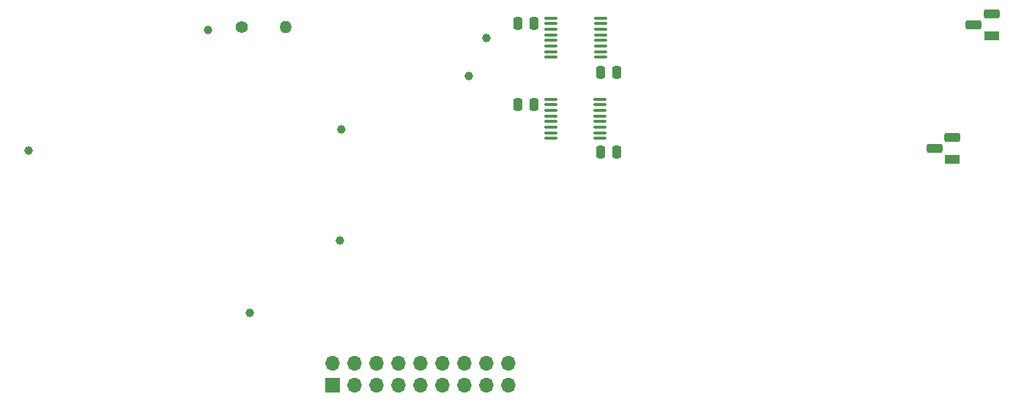
<source format=gbr>
%TF.GenerationSoftware,KiCad,Pcbnew,8.0.3*%
%TF.CreationDate,2024-07-17T18:03:28-06:00*%
%TF.ProjectId,VoiceBoardR4,566f6963-6542-46f6-9172-6452342e6b69,rev?*%
%TF.SameCoordinates,Original*%
%TF.FileFunction,Soldermask,Bot*%
%TF.FilePolarity,Negative*%
%FSLAX46Y46*%
G04 Gerber Fmt 4.6, Leading zero omitted, Abs format (unit mm)*
G04 Created by KiCad (PCBNEW 8.0.3) date 2024-07-17 18:03:28*
%MOMM*%
%LPD*%
G01*
G04 APERTURE LIST*
G04 Aperture macros list*
%AMRoundRect*
0 Rectangle with rounded corners*
0 $1 Rounding radius*
0 $2 $3 $4 $5 $6 $7 $8 $9 X,Y pos of 4 corners*
0 Add a 4 corners polygon primitive as box body*
4,1,4,$2,$3,$4,$5,$6,$7,$8,$9,$2,$3,0*
0 Add four circle primitives for the rounded corners*
1,1,$1+$1,$2,$3*
1,1,$1+$1,$4,$5*
1,1,$1+$1,$6,$7*
1,1,$1+$1,$8,$9*
0 Add four rect primitives between the rounded corners*
20,1,$1+$1,$2,$3,$4,$5,0*
20,1,$1+$1,$4,$5,$6,$7,0*
20,1,$1+$1,$6,$7,$8,$9,0*
20,1,$1+$1,$8,$9,$2,$3,0*%
G04 Aperture macros list end*
%ADD10R,1.800000X1.100000*%
%ADD11RoundRect,0.275000X0.625000X-0.275000X0.625000X0.275000X-0.625000X0.275000X-0.625000X-0.275000X0*%
%ADD12R,1.700000X1.700000*%
%ADD13O,1.700000X1.700000*%
%ADD14C,1.000000*%
%ADD15C,1.400000*%
%ADD16O,1.400000X1.400000*%
%ADD17RoundRect,0.100000X-0.637500X-0.100000X0.637500X-0.100000X0.637500X0.100000X-0.637500X0.100000X0*%
%ADD18RoundRect,0.250000X0.250000X0.475000X-0.250000X0.475000X-0.250000X-0.475000X0.250000X-0.475000X0*%
%ADD19RoundRect,0.250000X-0.250000X-0.475000X0.250000X-0.475000X0.250000X0.475000X-0.250000X0.475000X0*%
G04 APERTURE END LIST*
D10*
%TO.C,U304*%
X115060000Y-21750000D03*
D11*
X112990000Y-20480000D03*
X115060000Y-19210000D03*
%TD*%
D12*
%TO.C,U103*%
X43437500Y-47887500D03*
D13*
X43437500Y-45347500D03*
X45977500Y-47887500D03*
X45977500Y-45347500D03*
X48517500Y-47887500D03*
X48517500Y-45347500D03*
X51057500Y-47887500D03*
X51057500Y-45347500D03*
X53597500Y-47887500D03*
X53597500Y-45347500D03*
X56137500Y-47887500D03*
X56137500Y-45347500D03*
X58677500Y-47887500D03*
X58677500Y-45347500D03*
X61217500Y-47887500D03*
X61217500Y-45347500D03*
X63757500Y-47887500D03*
X63757500Y-45347500D03*
%TD*%
D14*
%TO.C,SAW2*%
X44300000Y-31100000D03*
%TD*%
%TO.C,OSC2*%
X61225000Y-7675000D03*
%TD*%
D15*
%TO.C,R247*%
X32885000Y-6375000D03*
D16*
X37965000Y-6375000D03*
%TD*%
D14*
%TO.C,SAW1*%
X29025000Y-6725000D03*
%TD*%
%TO.C,OSC1*%
X59200000Y-12050000D03*
%TD*%
%TO.C,TRI1*%
X8300000Y-20750000D03*
%TD*%
D10*
%TO.C,U305*%
X119610000Y-7430000D03*
D11*
X117540000Y-6160000D03*
X119610000Y-4890000D03*
%TD*%
D14*
%TO.C,OSCMIX1*%
X44425000Y-18275000D03*
%TD*%
%TO.C,TRI2*%
X33850000Y-39550000D03*
%TD*%
D17*
%TO.C,U101*%
X68662500Y-9925000D03*
X68662500Y-9275000D03*
X68662500Y-8625000D03*
X68662500Y-7975000D03*
X68662500Y-7325000D03*
X68662500Y-6675000D03*
X68662500Y-6025000D03*
X68662500Y-5375000D03*
X74387500Y-5375000D03*
X74387500Y-6025000D03*
X74387500Y-6675000D03*
X74387500Y-7325000D03*
X74387500Y-7975000D03*
X74387500Y-8625000D03*
X74387500Y-9275000D03*
X74387500Y-9925000D03*
%TD*%
D18*
%TO.C,C103*%
X66725000Y-15425000D03*
X64825000Y-15425000D03*
%TD*%
%TO.C,C101*%
X66712499Y-6025000D03*
X64812499Y-6025000D03*
%TD*%
D19*
%TO.C,C102*%
X74412500Y-11625000D03*
X76312498Y-11625000D03*
%TD*%
D17*
%TO.C,U102*%
X68637500Y-19325000D03*
X68637500Y-18675000D03*
X68637500Y-18025000D03*
X68637500Y-17375000D03*
X68637500Y-16725000D03*
X68637500Y-16075000D03*
X68637500Y-15425000D03*
X68637500Y-14775000D03*
X74362500Y-14775000D03*
X74362500Y-15425000D03*
X74362500Y-16075000D03*
X74362500Y-16725000D03*
X74362500Y-17375000D03*
X74362500Y-18025000D03*
X74362500Y-18675000D03*
X74362500Y-19325000D03*
%TD*%
D19*
%TO.C,C104*%
X74375001Y-20925000D03*
X76274999Y-20925000D03*
%TD*%
M02*

</source>
